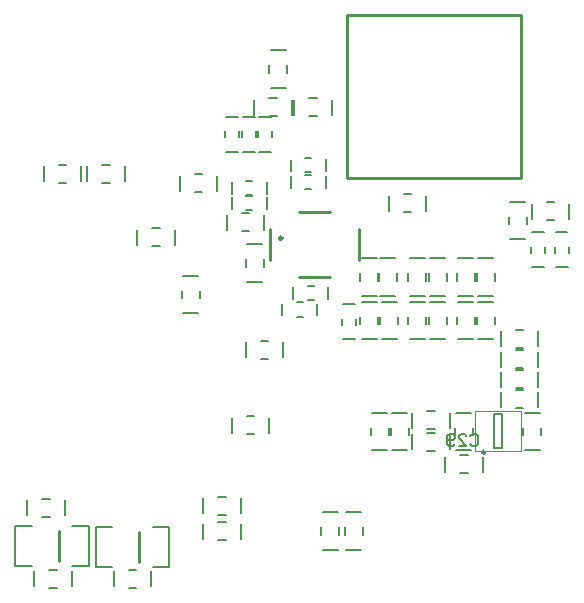
<source format=gbo>
G04*
G04 #@! TF.GenerationSoftware,Altium Limited,Altium Designer,20.0.2 (26)*
G04*
G04 Layer_Color=32896*
%FSLAX44Y44*%
%MOMM*%
G71*
G01*
G75*
%ADD10C,0.2500*%
%ADD13C,0.1500*%
%ADD14C,0.2000*%
%ADD15C,0.2540*%
%ADD122C,0.0500*%
D10*
X1100250Y417570D02*
G03*
X1100250Y417570I-1250J0D01*
G01*
D13*
X731350Y318140D02*
X737700D01*
X731350Y302900D02*
X737700D01*
X750400Y304170D02*
Y316870D01*
X718650Y304170D02*
Y316870D01*
X1079350Y415140D02*
X1085700D01*
X1079350Y399900D02*
X1085700D01*
X1098400Y401170D02*
Y413870D01*
X1066650Y401170D02*
Y413870D01*
X1126300Y471796D02*
X1132650D01*
X1126300Y487036D02*
X1132650D01*
X1113600Y473066D02*
Y485766D01*
X1145350Y473066D02*
Y485766D01*
X918650Y757870D02*
X931350D01*
X918650Y726120D02*
X931350D01*
X917380Y738820D02*
Y745170D01*
X932620Y738820D02*
Y745170D01*
X854350Y653140D02*
X860700D01*
X854350Y637900D02*
X860700D01*
X873400Y639170D02*
Y651870D01*
X841650Y639170D02*
Y651870D01*
X948000Y666520D02*
X953000D01*
X948000Y654520D02*
X953000D01*
X965250Y655520D02*
Y665520D01*
X935638Y655445D02*
Y665445D01*
X898650Y593870D02*
X911350D01*
X898650Y562120D02*
X911350D01*
X897380Y574820D02*
Y581170D01*
X912620Y574820D02*
Y581170D01*
X929350Y498170D02*
Y510870D01*
X897600Y498170D02*
Y510870D01*
X910300Y512140D02*
X916650D01*
X910300Y496900D02*
X916650D01*
X1025620Y562820D02*
Y569170D01*
X1010380Y562820D02*
Y569170D01*
X1011650Y550120D02*
X1024350D01*
X1011650Y581870D02*
X1024350D01*
X1091620Y525820D02*
Y532170D01*
X1076380Y525820D02*
Y532170D01*
X1077650Y513120D02*
X1090350D01*
X1077650Y544870D02*
X1090350D01*
X1077650Y550170D02*
X1090350D01*
X1077650Y581920D02*
X1090350D01*
X1091620Y562870D02*
Y569220D01*
X1076380Y562870D02*
Y569220D01*
X1145350Y490066D02*
Y502766D01*
X1113600Y490066D02*
Y502766D01*
X1126300Y504036D02*
X1132650D01*
X1126300Y488796D02*
X1132650D01*
X1009620Y525820D02*
Y532170D01*
X994380Y525820D02*
Y532170D01*
X995650Y513120D02*
X1008350D01*
X995650Y544870D02*
X1008350D01*
X995650Y550170D02*
X1008350D01*
X995650Y581920D02*
X1008350D01*
X1009620Y562870D02*
Y569220D01*
X994380Y562870D02*
Y569220D01*
X1035380Y562870D02*
Y569220D01*
X1050620Y562870D02*
Y569220D01*
X1036650Y581920D02*
X1049350D01*
X1036650Y550170D02*
X1049350D01*
X1036650Y544870D02*
X1049350D01*
X1036650Y513120D02*
X1049350D01*
X1035380Y525820D02*
Y532170D01*
X1050620Y525820D02*
Y532170D01*
X1031570Y636140D02*
X1037920D01*
X1031570Y620900D02*
X1037920D01*
X1050620Y622170D02*
Y634870D01*
X1018870Y622170D02*
Y634870D01*
X894350Y620140D02*
X900700D01*
X894350Y604900D02*
X900700D01*
X913400Y606170D02*
Y618870D01*
X881650Y606170D02*
Y618870D01*
X1094650Y513170D02*
X1107350D01*
X1094650Y544920D02*
X1107350D01*
X1108620Y525870D02*
Y532220D01*
X1093380Y525870D02*
Y532220D01*
X1108620Y562820D02*
Y569170D01*
X1093380Y562820D02*
Y569170D01*
X1094650Y550120D02*
X1107350D01*
X1094650Y581870D02*
X1107350D01*
X1113650Y456066D02*
Y468766D01*
X1145400Y456066D02*
Y468766D01*
X1126350Y454796D02*
X1132700D01*
X1126350Y470036D02*
X1132700D01*
X1126350Y521140D02*
X1132700D01*
X1126350Y505900D02*
X1132700D01*
X1145400Y507170D02*
Y519870D01*
X1113650Y507170D02*
Y519870D01*
X1012650Y513170D02*
X1025350D01*
X1012650Y544920D02*
X1025350D01*
X1026620Y525870D02*
Y532220D01*
X1011380Y525870D02*
Y532220D01*
X1053650Y581870D02*
X1066350D01*
X1053650Y550120D02*
X1066350D01*
X1052380Y562820D02*
Y569170D01*
X1067620Y562820D02*
Y569170D01*
X1052380Y525870D02*
Y532220D01*
X1067620Y525870D02*
Y532220D01*
X1053650Y544920D02*
X1066350D01*
X1053650Y513170D02*
X1066350D01*
X938650Y703170D02*
Y715870D01*
X970400Y703170D02*
Y715870D01*
X951350Y701900D02*
X957700D01*
X951350Y717140D02*
X957700D01*
X936350Y703170D02*
Y715870D01*
X904600Y703170D02*
Y715870D01*
X917300Y717140D02*
X923650D01*
X917300Y701900D02*
X923650D01*
X982650Y366870D02*
X995350D01*
X982650Y335120D02*
X995350D01*
X981380Y347820D02*
Y354170D01*
X996620Y347820D02*
Y354170D01*
X976620Y347820D02*
Y354170D01*
X961380Y347820D02*
Y354170D01*
X962650Y335120D02*
X975350D01*
X962650Y366870D02*
X975350D01*
X861650Y366170D02*
Y378870D01*
X893400Y366170D02*
Y378870D01*
X874350Y364900D02*
X880700D01*
X874350Y380140D02*
X880700D01*
X874350Y358140D02*
X880700D01*
X874350Y342900D02*
X880700D01*
X893400Y344170D02*
Y356870D01*
X861650Y344170D02*
Y356870D01*
X844650Y566870D02*
X857350D01*
X844650Y535120D02*
X857350D01*
X843380Y547820D02*
Y554170D01*
X858620Y547820D02*
Y554170D01*
X1038650Y438220D02*
Y450920D01*
X1070400Y438220D02*
Y450920D01*
X1051350Y436950D02*
X1057700D01*
X1051350Y452190D02*
X1057700D01*
X1051350Y434190D02*
X1057700D01*
X1051350Y418950D02*
X1057700D01*
X1070400Y420220D02*
Y432920D01*
X1038650Y420220D02*
Y432920D01*
X1121650Y629870D02*
X1134350D01*
X1121650Y598120D02*
X1134350D01*
X1120380Y610820D02*
Y617170D01*
X1135620Y610820D02*
Y617170D01*
X1152350Y629140D02*
X1158700D01*
X1152350Y613900D02*
X1158700D01*
X1171400Y615170D02*
Y627870D01*
X1139650Y615170D02*
Y627870D01*
X798350Y318140D02*
X804700D01*
X798350Y302900D02*
X804700D01*
X817400Y304170D02*
Y316870D01*
X785650Y304170D02*
Y316870D01*
X898350Y448140D02*
X904700D01*
X898350Y432900D02*
X904700D01*
X917400Y434170D02*
Y446870D01*
X885650Y434170D02*
Y446870D01*
X1004650Y450920D02*
X1017350D01*
X1004650Y419170D02*
X1017350D01*
X1003380Y431870D02*
Y438220D01*
X1018620Y431870D02*
Y438220D01*
X1035620Y431870D02*
Y438220D01*
X1020380Y431870D02*
Y438220D01*
X1021650Y419170D02*
X1034350D01*
X1021650Y450920D02*
X1034350D01*
X1075650D02*
X1088350D01*
X1075650Y419170D02*
X1088350D01*
X1074380Y431870D02*
Y438220D01*
X1089620Y431870D02*
Y438220D01*
X1132380Y431870D02*
Y438220D01*
X1147620Y431870D02*
Y438220D01*
X1133650Y450920D02*
X1146350D01*
X1133650Y419170D02*
X1146350D01*
X837350Y593170D02*
Y605870D01*
X805600Y593170D02*
Y605870D01*
X818300Y607140D02*
X824650D01*
X818300Y591900D02*
X824650D01*
X776300Y645900D02*
X782650D01*
X776300Y661140D02*
X782650D01*
X763600Y647170D02*
Y659870D01*
X795350Y647170D02*
Y659870D01*
X758350Y647170D02*
Y659870D01*
X726600Y647170D02*
Y659870D01*
X739300Y661140D02*
X745650D01*
X739300Y645900D02*
X745650D01*
X725350Y378140D02*
X731700D01*
X725350Y362900D02*
X731700D01*
X744400Y364170D02*
Y376870D01*
X712650Y364170D02*
Y376870D01*
X908000Y684520D02*
Y689520D01*
X920000Y684520D02*
Y689520D01*
X909000Y701770D02*
X919000D01*
X909075Y672158D02*
X919075D01*
X895075D02*
X905075D01*
X895000Y701770D02*
X905000D01*
X906000Y684520D02*
Y689520D01*
X894000Y684520D02*
Y689520D01*
X880000Y684520D02*
Y689520D01*
X892000Y684520D02*
Y689520D01*
X881000Y701770D02*
X891000D01*
X881075Y672158D02*
X891075D01*
X980075Y513158D02*
X990075D01*
X980000Y542770D02*
X990000D01*
X991000Y525520D02*
Y530520D01*
X979000Y525520D02*
Y530520D01*
X950000Y558520D02*
X955000D01*
X950000Y546520D02*
X955000D01*
X967250Y547520D02*
Y557520D01*
X937638Y547445D02*
Y557445D01*
X941000Y544520D02*
X946000D01*
X941000Y532520D02*
X946000D01*
X958250Y533520D02*
Y543520D01*
X928638Y533445D02*
Y543445D01*
X935638Y641445D02*
Y651445D01*
X965250Y641520D02*
Y651520D01*
X948000Y640520D02*
X953000D01*
X948000Y652520D02*
X953000D01*
X898000Y647520D02*
X903000D01*
X898000Y635520D02*
X903000D01*
X915250Y636520D02*
Y646520D01*
X885638Y636445D02*
Y646445D01*
Y623445D02*
Y633445D01*
X915250Y623520D02*
Y633520D01*
X898000Y622520D02*
X903000D01*
X898000Y634520D02*
X903000D01*
X1139000Y586670D02*
Y591670D01*
X1151000Y586670D02*
Y591670D01*
X1140000Y603920D02*
X1150000D01*
X1140075Y574308D02*
X1150075D01*
X1160075D02*
X1170075D01*
X1160000Y603920D02*
X1170000D01*
X1171000Y586670D02*
Y591670D01*
X1159000Y586670D02*
Y591670D01*
D14*
X702300Y321520D02*
X716270D01*
X702300Y355520D02*
X716270D01*
X702300Y321520D02*
Y355520D01*
X750560D02*
X764530D01*
X750560Y321520D02*
X764530D01*
Y355520D01*
X770470Y320520D02*
X784440D01*
X770470Y354520D02*
X784440D01*
X770470Y320520D02*
Y354520D01*
X818730D02*
X832700D01*
X818730Y320520D02*
X832700D01*
Y354520D01*
X1107750Y421070D02*
X1114750D01*
X1107750Y450070D02*
X1114750D01*
X1107750Y421070D02*
Y450070D01*
X1114750Y421070D02*
Y450070D01*
X1087820Y431201D02*
X1089486Y432867D01*
X1092818D01*
X1094484Y431201D01*
Y424536D01*
X1092818Y422870D01*
X1089486D01*
X1087820Y424536D01*
X1077823Y422870D02*
X1084487D01*
X1077823Y429534D01*
Y431201D01*
X1079489Y432867D01*
X1082821D01*
X1084487Y431201D01*
X1074490Y424536D02*
X1072824Y422870D01*
X1069492D01*
X1067826Y424536D01*
Y431201D01*
X1069492Y432867D01*
X1072824D01*
X1074490Y431201D01*
Y429534D01*
X1072824Y427868D01*
X1067826D01*
D15*
X928721Y598770D02*
G03*
X928721Y598770I-1521J0D01*
G01*
X983300Y787520D02*
X1130300D01*
X983300Y649520D02*
Y787520D01*
X1130300Y649520D02*
Y787520D01*
X983300Y649520D02*
X1130300D01*
X739130Y325820D02*
Y351220D01*
X807300Y324820D02*
Y350220D01*
X917950Y580020D02*
Y606270D01*
X993450Y580020D02*
Y606270D01*
X942450Y620770D02*
X968700D01*
X942450Y566270D02*
X968700D01*
D122*
X1091750Y418570D02*
X1130750D01*
X1091750D02*
Y452570D01*
X1130750D01*
Y418570D02*
Y452570D01*
M02*

</source>
